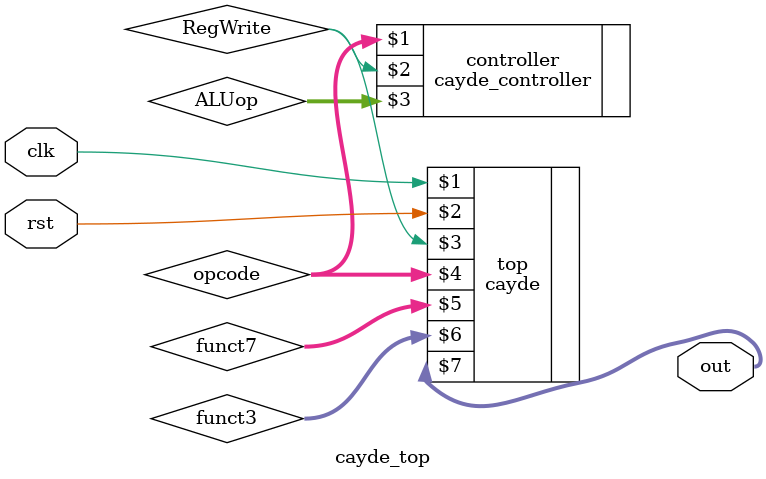
<source format=sv>
/*
*	top module for cayde
*/

module cayde_top ( input logic clk, rst,
		   output logic [31:0] out
		 );

	logic [6:0] opcode;
	logic RegWrite;
	logic [1:0] ALUop;
	logic [6:0] funct7;
	logic [2:0] funct3;
	logic [6:0] alu_op;

	cayde_controller controller (opcode, RegWrite, ALUop);
	cayde top (clk, rst, RegWrite, opcode, funct7, funct3, out);
endmodule	

</source>
